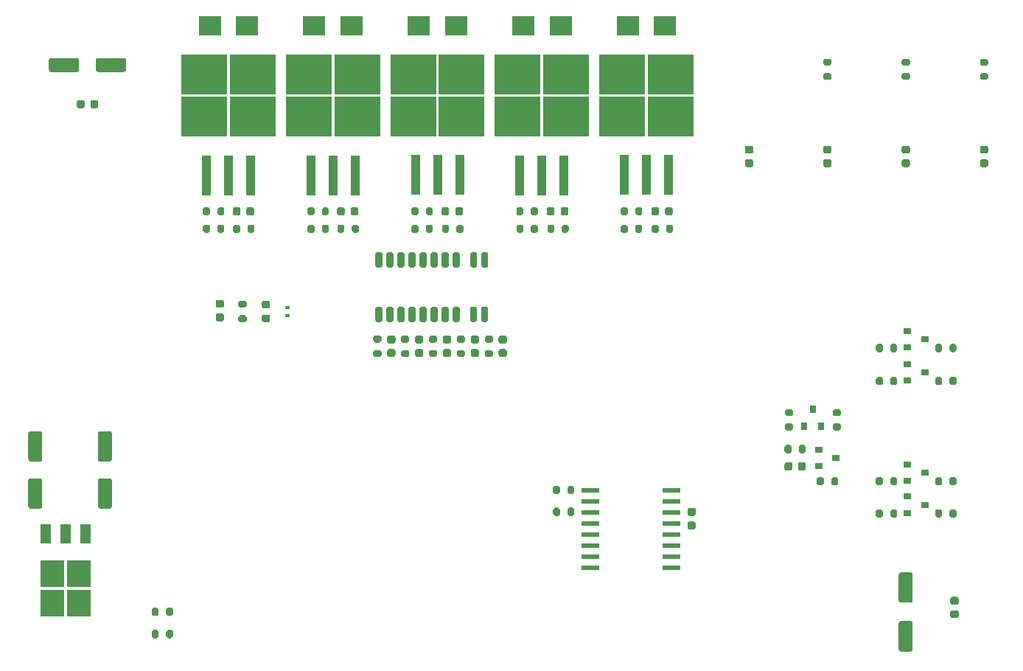
<source format=gbr>
%TF.GenerationSoftware,KiCad,Pcbnew,5.1.12-84ad8e8a86~92~ubuntu20.04.1*%
%TF.CreationDate,2021-11-30T13:36:37+05:30*%
%TF.ProjectId,vayuO2,76617975-4f32-42e6-9b69-6361645f7063,rev 3*%
%TF.SameCoordinates,Original*%
%TF.FileFunction,Paste,Top*%
%TF.FilePolarity,Positive*%
%FSLAX46Y46*%
G04 Gerber Fmt 4.6, Leading zero omitted, Abs format (unit mm)*
G04 Created by KiCad (PCBNEW 5.1.12-84ad8e8a86~92~ubuntu20.04.1) date 2021-11-30 13:36:37*
%MOMM*%
%LPD*%
G01*
G04 APERTURE LIST*
%ADD10R,5.250000X4.550000*%
%ADD11R,1.100000X4.600000*%
%ADD12R,0.900000X0.800000*%
%ADD13R,1.200000X2.200000*%
%ADD14R,2.750000X3.050000*%
%ADD15R,0.600000X0.400000*%
%ADD16R,1.998980X0.599440*%
%ADD17R,0.800000X0.900000*%
%ADD18R,2.500000X2.300000*%
G04 APERTURE END LIST*
G36*
G01*
X94655000Y-87275000D02*
X94255000Y-87275000D01*
G75*
G02*
X94055000Y-87075000I0J200000D01*
G01*
X94055000Y-85675000D01*
G75*
G02*
X94255000Y-85475000I200000J0D01*
G01*
X94655000Y-85475000D01*
G75*
G02*
X94855000Y-85675000I0J-200000D01*
G01*
X94855000Y-87075000D01*
G75*
G02*
X94655000Y-87275000I-200000J0D01*
G01*
G37*
G36*
G01*
X95925000Y-87275000D02*
X95525000Y-87275000D01*
G75*
G02*
X95325000Y-87075000I0J200000D01*
G01*
X95325000Y-85675000D01*
G75*
G02*
X95525000Y-85475000I200000J0D01*
G01*
X95925000Y-85475000D01*
G75*
G02*
X96125000Y-85675000I0J-200000D01*
G01*
X96125000Y-87075000D01*
G75*
G02*
X95925000Y-87275000I-200000J0D01*
G01*
G37*
G36*
G01*
X97195000Y-87275000D02*
X96795000Y-87275000D01*
G75*
G02*
X96595000Y-87075000I0J200000D01*
G01*
X96595000Y-85675000D01*
G75*
G02*
X96795000Y-85475000I200000J0D01*
G01*
X97195000Y-85475000D01*
G75*
G02*
X97395000Y-85675000I0J-200000D01*
G01*
X97395000Y-87075000D01*
G75*
G02*
X97195000Y-87275000I-200000J0D01*
G01*
G37*
G36*
G01*
X98465000Y-87275000D02*
X98065000Y-87275000D01*
G75*
G02*
X97865000Y-87075000I0J200000D01*
G01*
X97865000Y-85675000D01*
G75*
G02*
X98065000Y-85475000I200000J0D01*
G01*
X98465000Y-85475000D01*
G75*
G02*
X98665000Y-85675000I0J-200000D01*
G01*
X98665000Y-87075000D01*
G75*
G02*
X98465000Y-87275000I-200000J0D01*
G01*
G37*
G36*
G01*
X99735000Y-87275000D02*
X99335000Y-87275000D01*
G75*
G02*
X99135000Y-87075000I0J200000D01*
G01*
X99135000Y-85675000D01*
G75*
G02*
X99335000Y-85475000I200000J0D01*
G01*
X99735000Y-85475000D01*
G75*
G02*
X99935000Y-85675000I0J-200000D01*
G01*
X99935000Y-87075000D01*
G75*
G02*
X99735000Y-87275000I-200000J0D01*
G01*
G37*
G36*
G01*
X101005000Y-87275000D02*
X100605000Y-87275000D01*
G75*
G02*
X100405000Y-87075000I0J200000D01*
G01*
X100405000Y-85675000D01*
G75*
G02*
X100605000Y-85475000I200000J0D01*
G01*
X101005000Y-85475000D01*
G75*
G02*
X101205000Y-85675000I0J-200000D01*
G01*
X101205000Y-87075000D01*
G75*
G02*
X101005000Y-87275000I-200000J0D01*
G01*
G37*
G36*
G01*
X102275000Y-87275000D02*
X101875000Y-87275000D01*
G75*
G02*
X101675000Y-87075000I0J200000D01*
G01*
X101675000Y-85675000D01*
G75*
G02*
X101875000Y-85475000I200000J0D01*
G01*
X102275000Y-85475000D01*
G75*
G02*
X102475000Y-85675000I0J-200000D01*
G01*
X102475000Y-87075000D01*
G75*
G02*
X102275000Y-87275000I-200000J0D01*
G01*
G37*
G36*
G01*
X103545000Y-87275000D02*
X103145000Y-87275000D01*
G75*
G02*
X102945000Y-87075000I0J200000D01*
G01*
X102945000Y-85675000D01*
G75*
G02*
X103145000Y-85475000I200000J0D01*
G01*
X103545000Y-85475000D01*
G75*
G02*
X103745000Y-85675000I0J-200000D01*
G01*
X103745000Y-87075000D01*
G75*
G02*
X103545000Y-87275000I-200000J0D01*
G01*
G37*
G36*
G01*
X103545000Y-93525000D02*
X103145000Y-93525000D01*
G75*
G02*
X102945000Y-93325000I0J200000D01*
G01*
X102945000Y-91925000D01*
G75*
G02*
X103145000Y-91725000I200000J0D01*
G01*
X103545000Y-91725000D01*
G75*
G02*
X103745000Y-91925000I0J-200000D01*
G01*
X103745000Y-93325000D01*
G75*
G02*
X103545000Y-93525000I-200000J0D01*
G01*
G37*
G36*
G01*
X102275000Y-93525000D02*
X101875000Y-93525000D01*
G75*
G02*
X101675000Y-93325000I0J200000D01*
G01*
X101675000Y-91925000D01*
G75*
G02*
X101875000Y-91725000I200000J0D01*
G01*
X102275000Y-91725000D01*
G75*
G02*
X102475000Y-91925000I0J-200000D01*
G01*
X102475000Y-93325000D01*
G75*
G02*
X102275000Y-93525000I-200000J0D01*
G01*
G37*
G36*
G01*
X101005000Y-93525000D02*
X100605000Y-93525000D01*
G75*
G02*
X100405000Y-93325000I0J200000D01*
G01*
X100405000Y-91925000D01*
G75*
G02*
X100605000Y-91725000I200000J0D01*
G01*
X101005000Y-91725000D01*
G75*
G02*
X101205000Y-91925000I0J-200000D01*
G01*
X101205000Y-93325000D01*
G75*
G02*
X101005000Y-93525000I-200000J0D01*
G01*
G37*
G36*
G01*
X99735000Y-93525000D02*
X99335000Y-93525000D01*
G75*
G02*
X99135000Y-93325000I0J200000D01*
G01*
X99135000Y-91925000D01*
G75*
G02*
X99335000Y-91725000I200000J0D01*
G01*
X99735000Y-91725000D01*
G75*
G02*
X99935000Y-91925000I0J-200000D01*
G01*
X99935000Y-93325000D01*
G75*
G02*
X99735000Y-93525000I-200000J0D01*
G01*
G37*
G36*
G01*
X98465000Y-93525000D02*
X98065000Y-93525000D01*
G75*
G02*
X97865000Y-93325000I0J200000D01*
G01*
X97865000Y-91925000D01*
G75*
G02*
X98065000Y-91725000I200000J0D01*
G01*
X98465000Y-91725000D01*
G75*
G02*
X98665000Y-91925000I0J-200000D01*
G01*
X98665000Y-93325000D01*
G75*
G02*
X98465000Y-93525000I-200000J0D01*
G01*
G37*
G36*
G01*
X97195000Y-93525000D02*
X96795000Y-93525000D01*
G75*
G02*
X96595000Y-93325000I0J200000D01*
G01*
X96595000Y-91925000D01*
G75*
G02*
X96795000Y-91725000I200000J0D01*
G01*
X97195000Y-91725000D01*
G75*
G02*
X97395000Y-91925000I0J-200000D01*
G01*
X97395000Y-93325000D01*
G75*
G02*
X97195000Y-93525000I-200000J0D01*
G01*
G37*
G36*
G01*
X95925000Y-93525000D02*
X95525000Y-93525000D01*
G75*
G02*
X95325000Y-93325000I0J200000D01*
G01*
X95325000Y-91925000D01*
G75*
G02*
X95525000Y-91725000I200000J0D01*
G01*
X95925000Y-91725000D01*
G75*
G02*
X96125000Y-91925000I0J-200000D01*
G01*
X96125000Y-93325000D01*
G75*
G02*
X95925000Y-93525000I-200000J0D01*
G01*
G37*
G36*
G01*
X94655000Y-93525000D02*
X94255000Y-93525000D01*
G75*
G02*
X94055000Y-93325000I0J200000D01*
G01*
X94055000Y-91925000D01*
G75*
G02*
X94255000Y-91725000I200000J0D01*
G01*
X94655000Y-91725000D01*
G75*
G02*
X94855000Y-91925000I0J-200000D01*
G01*
X94855000Y-93325000D01*
G75*
G02*
X94655000Y-93525000I-200000J0D01*
G01*
G37*
G36*
G01*
X87925000Y-83075000D02*
X87925000Y-82525000D01*
G75*
G02*
X88125000Y-82325000I200000J0D01*
G01*
X88525000Y-82325000D01*
G75*
G02*
X88725000Y-82525000I0J-200000D01*
G01*
X88725000Y-83075000D01*
G75*
G02*
X88525000Y-83275000I-200000J0D01*
G01*
X88125000Y-83275000D01*
G75*
G02*
X87925000Y-83075000I0J200000D01*
G01*
G37*
G36*
G01*
X86275000Y-83075000D02*
X86275000Y-82525000D01*
G75*
G02*
X86475000Y-82325000I200000J0D01*
G01*
X86875000Y-82325000D01*
G75*
G02*
X87075000Y-82525000I0J-200000D01*
G01*
X87075000Y-83075000D01*
G75*
G02*
X86875000Y-83275000I-200000J0D01*
G01*
X86475000Y-83275000D01*
G75*
G02*
X86275000Y-83075000I0J200000D01*
G01*
G37*
G36*
G01*
X91375000Y-83075000D02*
X91375000Y-82525000D01*
G75*
G02*
X91575000Y-82325000I200000J0D01*
G01*
X91975000Y-82325000D01*
G75*
G02*
X92175000Y-82525000I0J-200000D01*
G01*
X92175000Y-83075000D01*
G75*
G02*
X91975000Y-83275000I-200000J0D01*
G01*
X91575000Y-83275000D01*
G75*
G02*
X91375000Y-83075000I0J200000D01*
G01*
G37*
G36*
G01*
X89725000Y-83075000D02*
X89725000Y-82525000D01*
G75*
G02*
X89925000Y-82325000I200000J0D01*
G01*
X90325000Y-82325000D01*
G75*
G02*
X90525000Y-82525000I0J-200000D01*
G01*
X90525000Y-83075000D01*
G75*
G02*
X90325000Y-83275000I-200000J0D01*
G01*
X89925000Y-83275000D01*
G75*
G02*
X89725000Y-83075000I0J200000D01*
G01*
G37*
G36*
G01*
X87925000Y-81075000D02*
X87925000Y-80525000D01*
G75*
G02*
X88125000Y-80325000I200000J0D01*
G01*
X88525000Y-80325000D01*
G75*
G02*
X88725000Y-80525000I0J-200000D01*
G01*
X88725000Y-81075000D01*
G75*
G02*
X88525000Y-81275000I-200000J0D01*
G01*
X88125000Y-81275000D01*
G75*
G02*
X87925000Y-81075000I0J200000D01*
G01*
G37*
G36*
G01*
X86275000Y-81075000D02*
X86275000Y-80525000D01*
G75*
G02*
X86475000Y-80325000I200000J0D01*
G01*
X86875000Y-80325000D01*
G75*
G02*
X87075000Y-80525000I0J-200000D01*
G01*
X87075000Y-81075000D01*
G75*
G02*
X86875000Y-81275000I-200000J0D01*
G01*
X86475000Y-81275000D01*
G75*
G02*
X86275000Y-81075000I0J200000D01*
G01*
G37*
G36*
G01*
X91250000Y-81056250D02*
X91250000Y-80543750D01*
G75*
G02*
X91468750Y-80325000I218750J0D01*
G01*
X91906250Y-80325000D01*
G75*
G02*
X92125000Y-80543750I0J-218750D01*
G01*
X92125000Y-81056250D01*
G75*
G02*
X91906250Y-81275000I-218750J0D01*
G01*
X91468750Y-81275000D01*
G75*
G02*
X91250000Y-81056250I0J218750D01*
G01*
G37*
G36*
G01*
X89675000Y-81056250D02*
X89675000Y-80543750D01*
G75*
G02*
X89893750Y-80325000I218750J0D01*
G01*
X90331250Y-80325000D01*
G75*
G02*
X90550000Y-80543750I0J-218750D01*
G01*
X90550000Y-81056250D01*
G75*
G02*
X90331250Y-81275000I-218750J0D01*
G01*
X89893750Y-81275000D01*
G75*
G02*
X89675000Y-81056250I0J218750D01*
G01*
G37*
D10*
X127975000Y-69900000D03*
X122425000Y-65050000D03*
X122425000Y-69900000D03*
X127975000Y-65050000D03*
D11*
X127740000Y-76625000D03*
X125200000Y-76625000D03*
X122660000Y-76625000D03*
D10*
X115975000Y-69925000D03*
X110425000Y-65075000D03*
X110425000Y-69925000D03*
X115975000Y-65075000D03*
D11*
X115740000Y-76650000D03*
X113200000Y-76650000D03*
X110660000Y-76650000D03*
D10*
X103975000Y-69900000D03*
X98425000Y-65050000D03*
X98425000Y-69900000D03*
X103975000Y-65050000D03*
D11*
X103740000Y-76625000D03*
X101200000Y-76625000D03*
X98660000Y-76625000D03*
D10*
X91975000Y-69925000D03*
X86425000Y-65075000D03*
X86425000Y-69925000D03*
X91975000Y-65075000D03*
D11*
X91740000Y-76650000D03*
X89200000Y-76650000D03*
X86660000Y-76650000D03*
D10*
X79975000Y-69925000D03*
X74425000Y-65075000D03*
X74425000Y-69925000D03*
X79975000Y-65075000D03*
D11*
X79740000Y-76650000D03*
X77200000Y-76650000D03*
X74660000Y-76650000D03*
D12*
X157200000Y-110800000D03*
X155200000Y-111750000D03*
X155200000Y-109850000D03*
X147000000Y-109100000D03*
X145000000Y-110050000D03*
X145000000Y-108150000D03*
G36*
G01*
X164275000Y-64075000D02*
X163725000Y-64075000D01*
G75*
G02*
X163525000Y-63875000I0J200000D01*
G01*
X163525000Y-63475000D01*
G75*
G02*
X163725000Y-63275000I200000J0D01*
G01*
X164275000Y-63275000D01*
G75*
G02*
X164475000Y-63475000I0J-200000D01*
G01*
X164475000Y-63875000D01*
G75*
G02*
X164275000Y-64075000I-200000J0D01*
G01*
G37*
G36*
G01*
X164275000Y-65725000D02*
X163725000Y-65725000D01*
G75*
G02*
X163525000Y-65525000I0J200000D01*
G01*
X163525000Y-65125000D01*
G75*
G02*
X163725000Y-64925000I200000J0D01*
G01*
X164275000Y-64925000D01*
G75*
G02*
X164475000Y-65125000I0J-200000D01*
G01*
X164475000Y-65525000D01*
G75*
G02*
X164275000Y-65725000I-200000J0D01*
G01*
G37*
G36*
G01*
X155550000Y-125750000D02*
X154450000Y-125750000D01*
G75*
G02*
X154200000Y-125500000I0J250000D01*
G01*
X154200000Y-122500000D01*
G75*
G02*
X154450000Y-122250000I250000J0D01*
G01*
X155550000Y-122250000D01*
G75*
G02*
X155800000Y-122500000I0J-250000D01*
G01*
X155800000Y-125500000D01*
G75*
G02*
X155550000Y-125750000I-250000J0D01*
G01*
G37*
G36*
G01*
X155550000Y-131350000D02*
X154450000Y-131350000D01*
G75*
G02*
X154200000Y-131100000I0J250000D01*
G01*
X154200000Y-128100000D01*
G75*
G02*
X154450000Y-127850000I250000J0D01*
G01*
X155550000Y-127850000D01*
G75*
G02*
X155800000Y-128100000I0J-250000D01*
G01*
X155800000Y-131100000D01*
G75*
G02*
X155550000Y-131350000I-250000J0D01*
G01*
G37*
G36*
G01*
X105565000Y-93525000D02*
X105165000Y-93525000D01*
G75*
G02*
X104965000Y-93325000I0J200000D01*
G01*
X104965000Y-91925000D01*
G75*
G02*
X105165000Y-91725000I200000J0D01*
G01*
X105565000Y-91725000D01*
G75*
G02*
X105765000Y-91925000I0J-200000D01*
G01*
X105765000Y-93325000D01*
G75*
G02*
X105565000Y-93525000I-200000J0D01*
G01*
G37*
G36*
G01*
X106835000Y-93525000D02*
X106435000Y-93525000D01*
G75*
G02*
X106235000Y-93325000I0J200000D01*
G01*
X106235000Y-91925000D01*
G75*
G02*
X106435000Y-91725000I200000J0D01*
G01*
X106835000Y-91725000D01*
G75*
G02*
X107035000Y-91925000I0J-200000D01*
G01*
X107035000Y-93325000D01*
G75*
G02*
X106835000Y-93525000I-200000J0D01*
G01*
G37*
G36*
G01*
X106835000Y-87275000D02*
X106435000Y-87275000D01*
G75*
G02*
X106235000Y-87075000I0J200000D01*
G01*
X106235000Y-85675000D01*
G75*
G02*
X106435000Y-85475000I200000J0D01*
G01*
X106835000Y-85475000D01*
G75*
G02*
X107035000Y-85675000I0J-200000D01*
G01*
X107035000Y-87075000D01*
G75*
G02*
X106835000Y-87275000I-200000J0D01*
G01*
G37*
G36*
G01*
X105565000Y-87275000D02*
X105165000Y-87275000D01*
G75*
G02*
X104965000Y-87075000I0J200000D01*
G01*
X104965000Y-85675000D01*
G75*
G02*
X105165000Y-85475000I200000J0D01*
G01*
X105565000Y-85475000D01*
G75*
G02*
X105765000Y-85675000I0J-200000D01*
G01*
X105765000Y-87075000D01*
G75*
G02*
X105565000Y-87275000I-200000J0D01*
G01*
G37*
G36*
G01*
X63550000Y-109550000D02*
X62450000Y-109550000D01*
G75*
G02*
X62200000Y-109300000I0J250000D01*
G01*
X62200000Y-106300000D01*
G75*
G02*
X62450000Y-106050000I250000J0D01*
G01*
X63550000Y-106050000D01*
G75*
G02*
X63800000Y-106300000I0J-250000D01*
G01*
X63800000Y-109300000D01*
G75*
G02*
X63550000Y-109550000I-250000J0D01*
G01*
G37*
G36*
G01*
X63550000Y-114950000D02*
X62450000Y-114950000D01*
G75*
G02*
X62200000Y-114700000I0J250000D01*
G01*
X62200000Y-111700000D01*
G75*
G02*
X62450000Y-111450000I250000J0D01*
G01*
X63550000Y-111450000D01*
G75*
G02*
X63800000Y-111700000I0J-250000D01*
G01*
X63800000Y-114700000D01*
G75*
G02*
X63550000Y-114950000I-250000J0D01*
G01*
G37*
G36*
G01*
X55550000Y-109550000D02*
X54450000Y-109550000D01*
G75*
G02*
X54200000Y-109300000I0J250000D01*
G01*
X54200000Y-106300000D01*
G75*
G02*
X54450000Y-106050000I250000J0D01*
G01*
X55550000Y-106050000D01*
G75*
G02*
X55800000Y-106300000I0J-250000D01*
G01*
X55800000Y-109300000D01*
G75*
G02*
X55550000Y-109550000I-250000J0D01*
G01*
G37*
G36*
G01*
X55550000Y-114950000D02*
X54450000Y-114950000D01*
G75*
G02*
X54200000Y-114700000I0J250000D01*
G01*
X54200000Y-111700000D01*
G75*
G02*
X54450000Y-111450000I250000J0D01*
G01*
X55550000Y-111450000D01*
G75*
G02*
X55800000Y-111700000I0J-250000D01*
G01*
X55800000Y-114700000D01*
G75*
G02*
X55550000Y-114950000I-250000J0D01*
G01*
G37*
G36*
G01*
X60050000Y-63450000D02*
X60050000Y-64550000D01*
G75*
G02*
X59800000Y-64800000I-250000J0D01*
G01*
X56800000Y-64800000D01*
G75*
G02*
X56550000Y-64550000I0J250000D01*
G01*
X56550000Y-63450000D01*
G75*
G02*
X56800000Y-63200000I250000J0D01*
G01*
X59800000Y-63200000D01*
G75*
G02*
X60050000Y-63450000I0J-250000D01*
G01*
G37*
G36*
G01*
X65450000Y-63450000D02*
X65450000Y-64550000D01*
G75*
G02*
X65200000Y-64800000I-250000J0D01*
G01*
X62200000Y-64800000D01*
G75*
G02*
X61950000Y-64550000I0J250000D01*
G01*
X61950000Y-63450000D01*
G75*
G02*
X62200000Y-63200000I250000J0D01*
G01*
X65200000Y-63200000D01*
G75*
G02*
X65450000Y-63450000I0J-250000D01*
G01*
G37*
G36*
G01*
X108950000Y-95975000D02*
X108450000Y-95975000D01*
G75*
G02*
X108225000Y-95750000I0J225000D01*
G01*
X108225000Y-95300000D01*
G75*
G02*
X108450000Y-95075000I225000J0D01*
G01*
X108950000Y-95075000D01*
G75*
G02*
X109175000Y-95300000I0J-225000D01*
G01*
X109175000Y-95750000D01*
G75*
G02*
X108950000Y-95975000I-225000J0D01*
G01*
G37*
G36*
G01*
X108950000Y-97525000D02*
X108450000Y-97525000D01*
G75*
G02*
X108225000Y-97300000I0J225000D01*
G01*
X108225000Y-96850000D01*
G75*
G02*
X108450000Y-96625000I225000J0D01*
G01*
X108950000Y-96625000D01*
G75*
G02*
X109175000Y-96850000I0J-225000D01*
G01*
X109175000Y-97300000D01*
G75*
G02*
X108950000Y-97525000I-225000J0D01*
G01*
G37*
G36*
G01*
X153225000Y-115775000D02*
X153225000Y-115225000D01*
G75*
G02*
X153425000Y-115025000I200000J0D01*
G01*
X153825000Y-115025000D01*
G75*
G02*
X154025000Y-115225000I0J-200000D01*
G01*
X154025000Y-115775000D01*
G75*
G02*
X153825000Y-115975000I-200000J0D01*
G01*
X153425000Y-115975000D01*
G75*
G02*
X153225000Y-115775000I0J200000D01*
G01*
G37*
G36*
G01*
X151575000Y-115775000D02*
X151575000Y-115225000D01*
G75*
G02*
X151775000Y-115025000I200000J0D01*
G01*
X152175000Y-115025000D01*
G75*
G02*
X152375000Y-115225000I0J-200000D01*
G01*
X152375000Y-115775000D01*
G75*
G02*
X152175000Y-115975000I-200000J0D01*
G01*
X151775000Y-115975000D01*
G75*
G02*
X151575000Y-115775000I0J200000D01*
G01*
G37*
G36*
G01*
X159175000Y-115225000D02*
X159175000Y-115775000D01*
G75*
G02*
X158975000Y-115975000I-200000J0D01*
G01*
X158575000Y-115975000D01*
G75*
G02*
X158375000Y-115775000I0J200000D01*
G01*
X158375000Y-115225000D01*
G75*
G02*
X158575000Y-115025000I200000J0D01*
G01*
X158975000Y-115025000D01*
G75*
G02*
X159175000Y-115225000I0J-200000D01*
G01*
G37*
G36*
G01*
X160825000Y-115225000D02*
X160825000Y-115775000D01*
G75*
G02*
X160625000Y-115975000I-200000J0D01*
G01*
X160225000Y-115975000D01*
G75*
G02*
X160025000Y-115775000I0J200000D01*
G01*
X160025000Y-115225000D01*
G75*
G02*
X160225000Y-115025000I200000J0D01*
G01*
X160625000Y-115025000D01*
G75*
G02*
X160825000Y-115225000I0J-200000D01*
G01*
G37*
X157200000Y-114500000D03*
X155200000Y-115450000D03*
X155200000Y-113550000D03*
D13*
X60780000Y-117800000D03*
X58500000Y-117800000D03*
X56220000Y-117800000D03*
D14*
X56975000Y-125775000D03*
X60025000Y-122425000D03*
X60025000Y-125775000D03*
X56975000Y-122425000D03*
G36*
G01*
X160850000Y-125975000D02*
X160350000Y-125975000D01*
G75*
G02*
X160125000Y-125750000I0J225000D01*
G01*
X160125000Y-125300000D01*
G75*
G02*
X160350000Y-125075000I225000J0D01*
G01*
X160850000Y-125075000D01*
G75*
G02*
X161075000Y-125300000I0J-225000D01*
G01*
X161075000Y-125750000D01*
G75*
G02*
X160850000Y-125975000I-225000J0D01*
G01*
G37*
G36*
G01*
X160850000Y-127525000D02*
X160350000Y-127525000D01*
G75*
G02*
X160125000Y-127300000I0J225000D01*
G01*
X160125000Y-126850000D01*
G75*
G02*
X160350000Y-126625000I225000J0D01*
G01*
X160850000Y-126625000D01*
G75*
G02*
X161075000Y-126850000I0J-225000D01*
G01*
X161075000Y-127300000D01*
G75*
G02*
X160850000Y-127525000I-225000J0D01*
G01*
G37*
G36*
G01*
X81756250Y-93525000D02*
X81243750Y-93525000D01*
G75*
G02*
X81025000Y-93306250I0J218750D01*
G01*
X81025000Y-92868750D01*
G75*
G02*
X81243750Y-92650000I218750J0D01*
G01*
X81756250Y-92650000D01*
G75*
G02*
X81975000Y-92868750I0J-218750D01*
G01*
X81975000Y-93306250D01*
G75*
G02*
X81756250Y-93525000I-218750J0D01*
G01*
G37*
G36*
G01*
X81756250Y-91950000D02*
X81243750Y-91950000D01*
G75*
G02*
X81025000Y-91731250I0J218750D01*
G01*
X81025000Y-91293750D01*
G75*
G02*
X81243750Y-91075000I218750J0D01*
G01*
X81756250Y-91075000D01*
G75*
G02*
X81975000Y-91293750I0J-218750D01*
G01*
X81975000Y-91731250D01*
G75*
G02*
X81756250Y-91950000I-218750J0D01*
G01*
G37*
G36*
G01*
X79075000Y-93525000D02*
X78525000Y-93525000D01*
G75*
G02*
X78325000Y-93325000I0J200000D01*
G01*
X78325000Y-92925000D01*
G75*
G02*
X78525000Y-92725000I200000J0D01*
G01*
X79075000Y-92725000D01*
G75*
G02*
X79275000Y-92925000I0J-200000D01*
G01*
X79275000Y-93325000D01*
G75*
G02*
X79075000Y-93525000I-200000J0D01*
G01*
G37*
G36*
G01*
X79075000Y-91875000D02*
X78525000Y-91875000D01*
G75*
G02*
X78325000Y-91675000I0J200000D01*
G01*
X78325000Y-91275000D01*
G75*
G02*
X78525000Y-91075000I200000J0D01*
G01*
X79075000Y-91075000D01*
G75*
G02*
X79275000Y-91275000I0J-200000D01*
G01*
X79275000Y-91675000D01*
G75*
G02*
X79075000Y-91875000I-200000J0D01*
G01*
G37*
D15*
X84000000Y-92750000D03*
X84000000Y-91850000D03*
G36*
G01*
X103375000Y-83075000D02*
X103375000Y-82525000D01*
G75*
G02*
X103575000Y-82325000I200000J0D01*
G01*
X103975000Y-82325000D01*
G75*
G02*
X104175000Y-82525000I0J-200000D01*
G01*
X104175000Y-83075000D01*
G75*
G02*
X103975000Y-83275000I-200000J0D01*
G01*
X103575000Y-83275000D01*
G75*
G02*
X103375000Y-83075000I0J200000D01*
G01*
G37*
G36*
G01*
X101725000Y-83075000D02*
X101725000Y-82525000D01*
G75*
G02*
X101925000Y-82325000I200000J0D01*
G01*
X102325000Y-82325000D01*
G75*
G02*
X102525000Y-82525000I0J-200000D01*
G01*
X102525000Y-83075000D01*
G75*
G02*
X102325000Y-83275000I-200000J0D01*
G01*
X101925000Y-83275000D01*
G75*
G02*
X101725000Y-83075000I0J200000D01*
G01*
G37*
D16*
X128050740Y-112855000D03*
X128050740Y-114125000D03*
X128050740Y-115395000D03*
X128050740Y-116665000D03*
X128050740Y-117935000D03*
X128050740Y-119205000D03*
X128050740Y-120475000D03*
X128050740Y-121745000D03*
X118749260Y-121745000D03*
X118749260Y-120475000D03*
X118749260Y-119205000D03*
X118749260Y-117935000D03*
X118749260Y-116665000D03*
X118749260Y-115395000D03*
X118749260Y-114125000D03*
X118749260Y-112855000D03*
G36*
G01*
X145575000Y-111525000D02*
X145575000Y-112075000D01*
G75*
G02*
X145375000Y-112275000I-200000J0D01*
G01*
X144975000Y-112275000D01*
G75*
G02*
X144775000Y-112075000I0J200000D01*
G01*
X144775000Y-111525000D01*
G75*
G02*
X144975000Y-111325000I200000J0D01*
G01*
X145375000Y-111325000D01*
G75*
G02*
X145575000Y-111525000I0J-200000D01*
G01*
G37*
G36*
G01*
X147225000Y-111525000D02*
X147225000Y-112075000D01*
G75*
G02*
X147025000Y-112275000I-200000J0D01*
G01*
X146625000Y-112275000D01*
G75*
G02*
X146425000Y-112075000I0J200000D01*
G01*
X146425000Y-111525000D01*
G75*
G02*
X146625000Y-111325000I200000J0D01*
G01*
X147025000Y-111325000D01*
G75*
G02*
X147225000Y-111525000I0J-200000D01*
G01*
G37*
G36*
G01*
X153225000Y-112075000D02*
X153225000Y-111525000D01*
G75*
G02*
X153425000Y-111325000I200000J0D01*
G01*
X153825000Y-111325000D01*
G75*
G02*
X154025000Y-111525000I0J-200000D01*
G01*
X154025000Y-112075000D01*
G75*
G02*
X153825000Y-112275000I-200000J0D01*
G01*
X153425000Y-112275000D01*
G75*
G02*
X153225000Y-112075000I0J200000D01*
G01*
G37*
G36*
G01*
X151575000Y-112075000D02*
X151575000Y-111525000D01*
G75*
G02*
X151775000Y-111325000I200000J0D01*
G01*
X152175000Y-111325000D01*
G75*
G02*
X152375000Y-111525000I0J-200000D01*
G01*
X152375000Y-112075000D01*
G75*
G02*
X152175000Y-112275000I-200000J0D01*
G01*
X151775000Y-112275000D01*
G75*
G02*
X151575000Y-112075000I0J200000D01*
G01*
G37*
G36*
G01*
X159175000Y-111525000D02*
X159175000Y-112075000D01*
G75*
G02*
X158975000Y-112275000I-200000J0D01*
G01*
X158575000Y-112275000D01*
G75*
G02*
X158375000Y-112075000I0J200000D01*
G01*
X158375000Y-111525000D01*
G75*
G02*
X158575000Y-111325000I200000J0D01*
G01*
X158975000Y-111325000D01*
G75*
G02*
X159175000Y-111525000I0J-200000D01*
G01*
G37*
G36*
G01*
X160825000Y-111525000D02*
X160825000Y-112075000D01*
G75*
G02*
X160625000Y-112275000I-200000J0D01*
G01*
X160225000Y-112275000D01*
G75*
G02*
X160025000Y-112075000I0J200000D01*
G01*
X160025000Y-111525000D01*
G75*
G02*
X160225000Y-111325000I200000J0D01*
G01*
X160625000Y-111325000D01*
G75*
G02*
X160825000Y-111525000I0J-200000D01*
G01*
G37*
G36*
G01*
X153225000Y-100575000D02*
X153225000Y-100025000D01*
G75*
G02*
X153425000Y-99825000I200000J0D01*
G01*
X153825000Y-99825000D01*
G75*
G02*
X154025000Y-100025000I0J-200000D01*
G01*
X154025000Y-100575000D01*
G75*
G02*
X153825000Y-100775000I-200000J0D01*
G01*
X153425000Y-100775000D01*
G75*
G02*
X153225000Y-100575000I0J200000D01*
G01*
G37*
G36*
G01*
X151575000Y-100575000D02*
X151575000Y-100025000D01*
G75*
G02*
X151775000Y-99825000I200000J0D01*
G01*
X152175000Y-99825000D01*
G75*
G02*
X152375000Y-100025000I0J-200000D01*
G01*
X152375000Y-100575000D01*
G75*
G02*
X152175000Y-100775000I-200000J0D01*
G01*
X151775000Y-100775000D01*
G75*
G02*
X151575000Y-100575000I0J200000D01*
G01*
G37*
G36*
G01*
X159175000Y-100025000D02*
X159175000Y-100575000D01*
G75*
G02*
X158975000Y-100775000I-200000J0D01*
G01*
X158575000Y-100775000D01*
G75*
G02*
X158375000Y-100575000I0J200000D01*
G01*
X158375000Y-100025000D01*
G75*
G02*
X158575000Y-99825000I200000J0D01*
G01*
X158975000Y-99825000D01*
G75*
G02*
X159175000Y-100025000I0J-200000D01*
G01*
G37*
G36*
G01*
X160825000Y-100025000D02*
X160825000Y-100575000D01*
G75*
G02*
X160625000Y-100775000I-200000J0D01*
G01*
X160225000Y-100775000D01*
G75*
G02*
X160025000Y-100575000I0J200000D01*
G01*
X160025000Y-100025000D01*
G75*
G02*
X160225000Y-99825000I200000J0D01*
G01*
X160625000Y-99825000D01*
G75*
G02*
X160825000Y-100025000I0J-200000D01*
G01*
G37*
G36*
G01*
X153225000Y-96775000D02*
X153225000Y-96225000D01*
G75*
G02*
X153425000Y-96025000I200000J0D01*
G01*
X153825000Y-96025000D01*
G75*
G02*
X154025000Y-96225000I0J-200000D01*
G01*
X154025000Y-96775000D01*
G75*
G02*
X153825000Y-96975000I-200000J0D01*
G01*
X153425000Y-96975000D01*
G75*
G02*
X153225000Y-96775000I0J200000D01*
G01*
G37*
G36*
G01*
X151575000Y-96775000D02*
X151575000Y-96225000D01*
G75*
G02*
X151775000Y-96025000I200000J0D01*
G01*
X152175000Y-96025000D01*
G75*
G02*
X152375000Y-96225000I0J-200000D01*
G01*
X152375000Y-96775000D01*
G75*
G02*
X152175000Y-96975000I-200000J0D01*
G01*
X151775000Y-96975000D01*
G75*
G02*
X151575000Y-96775000I0J200000D01*
G01*
G37*
G36*
G01*
X159175000Y-96225000D02*
X159175000Y-96775000D01*
G75*
G02*
X158975000Y-96975000I-200000J0D01*
G01*
X158575000Y-96975000D01*
G75*
G02*
X158375000Y-96775000I0J200000D01*
G01*
X158375000Y-96225000D01*
G75*
G02*
X158575000Y-96025000I200000J0D01*
G01*
X158975000Y-96025000D01*
G75*
G02*
X159175000Y-96225000I0J-200000D01*
G01*
G37*
G36*
G01*
X160825000Y-96225000D02*
X160825000Y-96775000D01*
G75*
G02*
X160625000Y-96975000I-200000J0D01*
G01*
X160225000Y-96975000D01*
G75*
G02*
X160025000Y-96775000I0J200000D01*
G01*
X160025000Y-96225000D01*
G75*
G02*
X160225000Y-96025000I200000J0D01*
G01*
X160625000Y-96025000D01*
G75*
G02*
X160825000Y-96225000I0J-200000D01*
G01*
G37*
G36*
G01*
X146825000Y-105175000D02*
X147375000Y-105175000D01*
G75*
G02*
X147575000Y-105375000I0J-200000D01*
G01*
X147575000Y-105775000D01*
G75*
G02*
X147375000Y-105975000I-200000J0D01*
G01*
X146825000Y-105975000D01*
G75*
G02*
X146625000Y-105775000I0J200000D01*
G01*
X146625000Y-105375000D01*
G75*
G02*
X146825000Y-105175000I200000J0D01*
G01*
G37*
G36*
G01*
X146825000Y-103525000D02*
X147375000Y-103525000D01*
G75*
G02*
X147575000Y-103725000I0J-200000D01*
G01*
X147575000Y-104125000D01*
G75*
G02*
X147375000Y-104325000I-200000J0D01*
G01*
X146825000Y-104325000D01*
G75*
G02*
X146625000Y-104125000I0J200000D01*
G01*
X146625000Y-103725000D01*
G75*
G02*
X146825000Y-103525000I200000J0D01*
G01*
G37*
G36*
G01*
X141875000Y-104325000D02*
X141325000Y-104325000D01*
G75*
G02*
X141125000Y-104125000I0J200000D01*
G01*
X141125000Y-103725000D01*
G75*
G02*
X141325000Y-103525000I200000J0D01*
G01*
X141875000Y-103525000D01*
G75*
G02*
X142075000Y-103725000I0J-200000D01*
G01*
X142075000Y-104125000D01*
G75*
G02*
X141875000Y-104325000I-200000J0D01*
G01*
G37*
G36*
G01*
X141875000Y-105975000D02*
X141325000Y-105975000D01*
G75*
G02*
X141125000Y-105775000I0J200000D01*
G01*
X141125000Y-105375000D01*
G75*
G02*
X141325000Y-105175000I200000J0D01*
G01*
X141875000Y-105175000D01*
G75*
G02*
X142075000Y-105375000I0J-200000D01*
G01*
X142075000Y-105775000D01*
G75*
G02*
X141875000Y-105975000I-200000J0D01*
G01*
G37*
G36*
G01*
X123925000Y-83075000D02*
X123925000Y-82525000D01*
G75*
G02*
X124125000Y-82325000I200000J0D01*
G01*
X124525000Y-82325000D01*
G75*
G02*
X124725000Y-82525000I0J-200000D01*
G01*
X124725000Y-83075000D01*
G75*
G02*
X124525000Y-83275000I-200000J0D01*
G01*
X124125000Y-83275000D01*
G75*
G02*
X123925000Y-83075000I0J200000D01*
G01*
G37*
G36*
G01*
X122275000Y-83075000D02*
X122275000Y-82525000D01*
G75*
G02*
X122475000Y-82325000I200000J0D01*
G01*
X122875000Y-82325000D01*
G75*
G02*
X123075000Y-82525000I0J-200000D01*
G01*
X123075000Y-83075000D01*
G75*
G02*
X122875000Y-83275000I-200000J0D01*
G01*
X122475000Y-83275000D01*
G75*
G02*
X122275000Y-83075000I0J200000D01*
G01*
G37*
G36*
G01*
X127475000Y-83075000D02*
X127475000Y-82525000D01*
G75*
G02*
X127675000Y-82325000I200000J0D01*
G01*
X128075000Y-82325000D01*
G75*
G02*
X128275000Y-82525000I0J-200000D01*
G01*
X128275000Y-83075000D01*
G75*
G02*
X128075000Y-83275000I-200000J0D01*
G01*
X127675000Y-83275000D01*
G75*
G02*
X127475000Y-83075000I0J200000D01*
G01*
G37*
G36*
G01*
X125825000Y-83075000D02*
X125825000Y-82525000D01*
G75*
G02*
X126025000Y-82325000I200000J0D01*
G01*
X126425000Y-82325000D01*
G75*
G02*
X126625000Y-82525000I0J-200000D01*
G01*
X126625000Y-83075000D01*
G75*
G02*
X126425000Y-83275000I-200000J0D01*
G01*
X126025000Y-83275000D01*
G75*
G02*
X125825000Y-83075000I0J200000D01*
G01*
G37*
G36*
G01*
X123925000Y-81075000D02*
X123925000Y-80525000D01*
G75*
G02*
X124125000Y-80325000I200000J0D01*
G01*
X124525000Y-80325000D01*
G75*
G02*
X124725000Y-80525000I0J-200000D01*
G01*
X124725000Y-81075000D01*
G75*
G02*
X124525000Y-81275000I-200000J0D01*
G01*
X124125000Y-81275000D01*
G75*
G02*
X123925000Y-81075000I0J200000D01*
G01*
G37*
G36*
G01*
X122275000Y-81075000D02*
X122275000Y-80525000D01*
G75*
G02*
X122475000Y-80325000I200000J0D01*
G01*
X122875000Y-80325000D01*
G75*
G02*
X123075000Y-80525000I0J-200000D01*
G01*
X123075000Y-81075000D01*
G75*
G02*
X122875000Y-81275000I-200000J0D01*
G01*
X122475000Y-81275000D01*
G75*
G02*
X122275000Y-81075000I0J200000D01*
G01*
G37*
G36*
G01*
X107375000Y-95875000D02*
X106825000Y-95875000D01*
G75*
G02*
X106625000Y-95675000I0J200000D01*
G01*
X106625000Y-95275000D01*
G75*
G02*
X106825000Y-95075000I200000J0D01*
G01*
X107375000Y-95075000D01*
G75*
G02*
X107575000Y-95275000I0J-200000D01*
G01*
X107575000Y-95675000D01*
G75*
G02*
X107375000Y-95875000I-200000J0D01*
G01*
G37*
G36*
G01*
X107375000Y-97525000D02*
X106825000Y-97525000D01*
G75*
G02*
X106625000Y-97325000I0J200000D01*
G01*
X106625000Y-96925000D01*
G75*
G02*
X106825000Y-96725000I200000J0D01*
G01*
X107375000Y-96725000D01*
G75*
G02*
X107575000Y-96925000I0J-200000D01*
G01*
X107575000Y-97325000D01*
G75*
G02*
X107375000Y-97525000I-200000J0D01*
G01*
G37*
G36*
G01*
X111925000Y-83075000D02*
X111925000Y-82525000D01*
G75*
G02*
X112125000Y-82325000I200000J0D01*
G01*
X112525000Y-82325000D01*
G75*
G02*
X112725000Y-82525000I0J-200000D01*
G01*
X112725000Y-83075000D01*
G75*
G02*
X112525000Y-83275000I-200000J0D01*
G01*
X112125000Y-83275000D01*
G75*
G02*
X111925000Y-83075000I0J200000D01*
G01*
G37*
G36*
G01*
X110275000Y-83075000D02*
X110275000Y-82525000D01*
G75*
G02*
X110475000Y-82325000I200000J0D01*
G01*
X110875000Y-82325000D01*
G75*
G02*
X111075000Y-82525000I0J-200000D01*
G01*
X111075000Y-83075000D01*
G75*
G02*
X110875000Y-83275000I-200000J0D01*
G01*
X110475000Y-83275000D01*
G75*
G02*
X110275000Y-83075000I0J200000D01*
G01*
G37*
G36*
G01*
X115475000Y-83075000D02*
X115475000Y-82525000D01*
G75*
G02*
X115675000Y-82325000I200000J0D01*
G01*
X116075000Y-82325000D01*
G75*
G02*
X116275000Y-82525000I0J-200000D01*
G01*
X116275000Y-83075000D01*
G75*
G02*
X116075000Y-83275000I-200000J0D01*
G01*
X115675000Y-83275000D01*
G75*
G02*
X115475000Y-83075000I0J200000D01*
G01*
G37*
G36*
G01*
X113825000Y-83075000D02*
X113825000Y-82525000D01*
G75*
G02*
X114025000Y-82325000I200000J0D01*
G01*
X114425000Y-82325000D01*
G75*
G02*
X114625000Y-82525000I0J-200000D01*
G01*
X114625000Y-83075000D01*
G75*
G02*
X114425000Y-83275000I-200000J0D01*
G01*
X114025000Y-83275000D01*
G75*
G02*
X113825000Y-83075000I0J200000D01*
G01*
G37*
G36*
G01*
X111925000Y-81075000D02*
X111925000Y-80525000D01*
G75*
G02*
X112125000Y-80325000I200000J0D01*
G01*
X112525000Y-80325000D01*
G75*
G02*
X112725000Y-80525000I0J-200000D01*
G01*
X112725000Y-81075000D01*
G75*
G02*
X112525000Y-81275000I-200000J0D01*
G01*
X112125000Y-81275000D01*
G75*
G02*
X111925000Y-81075000I0J200000D01*
G01*
G37*
G36*
G01*
X110275000Y-81075000D02*
X110275000Y-80525000D01*
G75*
G02*
X110475000Y-80325000I200000J0D01*
G01*
X110875000Y-80325000D01*
G75*
G02*
X111075000Y-80525000I0J-200000D01*
G01*
X111075000Y-81075000D01*
G75*
G02*
X110875000Y-81275000I-200000J0D01*
G01*
X110475000Y-81275000D01*
G75*
G02*
X110275000Y-81075000I0J200000D01*
G01*
G37*
G36*
G01*
X104175000Y-95875000D02*
X103625000Y-95875000D01*
G75*
G02*
X103425000Y-95675000I0J200000D01*
G01*
X103425000Y-95275000D01*
G75*
G02*
X103625000Y-95075000I200000J0D01*
G01*
X104175000Y-95075000D01*
G75*
G02*
X104375000Y-95275000I0J-200000D01*
G01*
X104375000Y-95675000D01*
G75*
G02*
X104175000Y-95875000I-200000J0D01*
G01*
G37*
G36*
G01*
X104175000Y-97525000D02*
X103625000Y-97525000D01*
G75*
G02*
X103425000Y-97325000I0J200000D01*
G01*
X103425000Y-96925000D01*
G75*
G02*
X103625000Y-96725000I200000J0D01*
G01*
X104175000Y-96725000D01*
G75*
G02*
X104375000Y-96925000I0J-200000D01*
G01*
X104375000Y-97325000D01*
G75*
G02*
X104175000Y-97525000I-200000J0D01*
G01*
G37*
G36*
G01*
X99875000Y-83075000D02*
X99875000Y-82525000D01*
G75*
G02*
X100075000Y-82325000I200000J0D01*
G01*
X100475000Y-82325000D01*
G75*
G02*
X100675000Y-82525000I0J-200000D01*
G01*
X100675000Y-83075000D01*
G75*
G02*
X100475000Y-83275000I-200000J0D01*
G01*
X100075000Y-83275000D01*
G75*
G02*
X99875000Y-83075000I0J200000D01*
G01*
G37*
G36*
G01*
X98225000Y-83075000D02*
X98225000Y-82525000D01*
G75*
G02*
X98425000Y-82325000I200000J0D01*
G01*
X98825000Y-82325000D01*
G75*
G02*
X99025000Y-82525000I0J-200000D01*
G01*
X99025000Y-83075000D01*
G75*
G02*
X98825000Y-83275000I-200000J0D01*
G01*
X98425000Y-83275000D01*
G75*
G02*
X98225000Y-83075000I0J200000D01*
G01*
G37*
G36*
G01*
X99875000Y-81075000D02*
X99875000Y-80525000D01*
G75*
G02*
X100075000Y-80325000I200000J0D01*
G01*
X100475000Y-80325000D01*
G75*
G02*
X100675000Y-80525000I0J-200000D01*
G01*
X100675000Y-81075000D01*
G75*
G02*
X100475000Y-81275000I-200000J0D01*
G01*
X100075000Y-81275000D01*
G75*
G02*
X99875000Y-81075000I0J200000D01*
G01*
G37*
G36*
G01*
X98225000Y-81075000D02*
X98225000Y-80525000D01*
G75*
G02*
X98425000Y-80325000I200000J0D01*
G01*
X98825000Y-80325000D01*
G75*
G02*
X99025000Y-80525000I0J-200000D01*
G01*
X99025000Y-81075000D01*
G75*
G02*
X98825000Y-81275000I-200000J0D01*
G01*
X98425000Y-81275000D01*
G75*
G02*
X98225000Y-81075000I0J200000D01*
G01*
G37*
G36*
G01*
X100975000Y-95875000D02*
X100425000Y-95875000D01*
G75*
G02*
X100225000Y-95675000I0J200000D01*
G01*
X100225000Y-95275000D01*
G75*
G02*
X100425000Y-95075000I200000J0D01*
G01*
X100975000Y-95075000D01*
G75*
G02*
X101175000Y-95275000I0J-200000D01*
G01*
X101175000Y-95675000D01*
G75*
G02*
X100975000Y-95875000I-200000J0D01*
G01*
G37*
G36*
G01*
X100975000Y-97525000D02*
X100425000Y-97525000D01*
G75*
G02*
X100225000Y-97325000I0J200000D01*
G01*
X100225000Y-96925000D01*
G75*
G02*
X100425000Y-96725000I200000J0D01*
G01*
X100975000Y-96725000D01*
G75*
G02*
X101175000Y-96925000I0J-200000D01*
G01*
X101175000Y-97325000D01*
G75*
G02*
X100975000Y-97525000I-200000J0D01*
G01*
G37*
G36*
G01*
X97775000Y-95875000D02*
X97225000Y-95875000D01*
G75*
G02*
X97025000Y-95675000I0J200000D01*
G01*
X97025000Y-95275000D01*
G75*
G02*
X97225000Y-95075000I200000J0D01*
G01*
X97775000Y-95075000D01*
G75*
G02*
X97975000Y-95275000I0J-200000D01*
G01*
X97975000Y-95675000D01*
G75*
G02*
X97775000Y-95875000I-200000J0D01*
G01*
G37*
G36*
G01*
X97775000Y-97525000D02*
X97225000Y-97525000D01*
G75*
G02*
X97025000Y-97325000I0J200000D01*
G01*
X97025000Y-96925000D01*
G75*
G02*
X97225000Y-96725000I200000J0D01*
G01*
X97775000Y-96725000D01*
G75*
G02*
X97975000Y-96925000I0J-200000D01*
G01*
X97975000Y-97325000D01*
G75*
G02*
X97775000Y-97525000I-200000J0D01*
G01*
G37*
G36*
G01*
X75925000Y-83075000D02*
X75925000Y-82525000D01*
G75*
G02*
X76125000Y-82325000I200000J0D01*
G01*
X76525000Y-82325000D01*
G75*
G02*
X76725000Y-82525000I0J-200000D01*
G01*
X76725000Y-83075000D01*
G75*
G02*
X76525000Y-83275000I-200000J0D01*
G01*
X76125000Y-83275000D01*
G75*
G02*
X75925000Y-83075000I0J200000D01*
G01*
G37*
G36*
G01*
X74275000Y-83075000D02*
X74275000Y-82525000D01*
G75*
G02*
X74475000Y-82325000I200000J0D01*
G01*
X74875000Y-82325000D01*
G75*
G02*
X75075000Y-82525000I0J-200000D01*
G01*
X75075000Y-83075000D01*
G75*
G02*
X74875000Y-83275000I-200000J0D01*
G01*
X74475000Y-83275000D01*
G75*
G02*
X74275000Y-83075000I0J200000D01*
G01*
G37*
G36*
G01*
X79375000Y-83075000D02*
X79375000Y-82525000D01*
G75*
G02*
X79575000Y-82325000I200000J0D01*
G01*
X79975000Y-82325000D01*
G75*
G02*
X80175000Y-82525000I0J-200000D01*
G01*
X80175000Y-83075000D01*
G75*
G02*
X79975000Y-83275000I-200000J0D01*
G01*
X79575000Y-83275000D01*
G75*
G02*
X79375000Y-83075000I0J200000D01*
G01*
G37*
G36*
G01*
X77725000Y-83075000D02*
X77725000Y-82525000D01*
G75*
G02*
X77925000Y-82325000I200000J0D01*
G01*
X78325000Y-82325000D01*
G75*
G02*
X78525000Y-82525000I0J-200000D01*
G01*
X78525000Y-83075000D01*
G75*
G02*
X78325000Y-83275000I-200000J0D01*
G01*
X77925000Y-83275000D01*
G75*
G02*
X77725000Y-83075000I0J200000D01*
G01*
G37*
G36*
G01*
X75925000Y-81075000D02*
X75925000Y-80525000D01*
G75*
G02*
X76125000Y-80325000I200000J0D01*
G01*
X76525000Y-80325000D01*
G75*
G02*
X76725000Y-80525000I0J-200000D01*
G01*
X76725000Y-81075000D01*
G75*
G02*
X76525000Y-81275000I-200000J0D01*
G01*
X76125000Y-81275000D01*
G75*
G02*
X75925000Y-81075000I0J200000D01*
G01*
G37*
G36*
G01*
X74275000Y-81075000D02*
X74275000Y-80525000D01*
G75*
G02*
X74475000Y-80325000I200000J0D01*
G01*
X74875000Y-80325000D01*
G75*
G02*
X75075000Y-80525000I0J-200000D01*
G01*
X75075000Y-81075000D01*
G75*
G02*
X74875000Y-81275000I-200000J0D01*
G01*
X74475000Y-81275000D01*
G75*
G02*
X74275000Y-81075000I0J200000D01*
G01*
G37*
G36*
G01*
X94575000Y-95875000D02*
X94025000Y-95875000D01*
G75*
G02*
X93825000Y-95675000I0J200000D01*
G01*
X93825000Y-95275000D01*
G75*
G02*
X94025000Y-95075000I200000J0D01*
G01*
X94575000Y-95075000D01*
G75*
G02*
X94775000Y-95275000I0J-200000D01*
G01*
X94775000Y-95675000D01*
G75*
G02*
X94575000Y-95875000I-200000J0D01*
G01*
G37*
G36*
G01*
X94575000Y-97525000D02*
X94025000Y-97525000D01*
G75*
G02*
X93825000Y-97325000I0J200000D01*
G01*
X93825000Y-96925000D01*
G75*
G02*
X94025000Y-96725000I200000J0D01*
G01*
X94575000Y-96725000D01*
G75*
G02*
X94775000Y-96925000I0J-200000D01*
G01*
X94775000Y-97325000D01*
G75*
G02*
X94575000Y-97525000I-200000J0D01*
G01*
G37*
G36*
G01*
X70025000Y-127075000D02*
X70025000Y-126525000D01*
G75*
G02*
X70225000Y-126325000I200000J0D01*
G01*
X70625000Y-126325000D01*
G75*
G02*
X70825000Y-126525000I0J-200000D01*
G01*
X70825000Y-127075000D01*
G75*
G02*
X70625000Y-127275000I-200000J0D01*
G01*
X70225000Y-127275000D01*
G75*
G02*
X70025000Y-127075000I0J200000D01*
G01*
G37*
G36*
G01*
X68375000Y-127075000D02*
X68375000Y-126525000D01*
G75*
G02*
X68575000Y-126325000I200000J0D01*
G01*
X68975000Y-126325000D01*
G75*
G02*
X69175000Y-126525000I0J-200000D01*
G01*
X69175000Y-127075000D01*
G75*
G02*
X68975000Y-127275000I-200000J0D01*
G01*
X68575000Y-127275000D01*
G75*
G02*
X68375000Y-127075000I0J200000D01*
G01*
G37*
G36*
G01*
X70025000Y-129625000D02*
X70025000Y-129075000D01*
G75*
G02*
X70225000Y-128875000I200000J0D01*
G01*
X70625000Y-128875000D01*
G75*
G02*
X70825000Y-129075000I0J-200000D01*
G01*
X70825000Y-129625000D01*
G75*
G02*
X70625000Y-129825000I-200000J0D01*
G01*
X70225000Y-129825000D01*
G75*
G02*
X70025000Y-129625000I0J200000D01*
G01*
G37*
G36*
G01*
X68375000Y-129625000D02*
X68375000Y-129075000D01*
G75*
G02*
X68575000Y-128875000I200000J0D01*
G01*
X68975000Y-128875000D01*
G75*
G02*
X69175000Y-129075000I0J-200000D01*
G01*
X69175000Y-129625000D01*
G75*
G02*
X68975000Y-129825000I-200000J0D01*
G01*
X68575000Y-129825000D01*
G75*
G02*
X68375000Y-129625000I0J200000D01*
G01*
G37*
G36*
G01*
X116125000Y-113075000D02*
X116125000Y-112525000D01*
G75*
G02*
X116325000Y-112325000I200000J0D01*
G01*
X116725000Y-112325000D01*
G75*
G02*
X116925000Y-112525000I0J-200000D01*
G01*
X116925000Y-113075000D01*
G75*
G02*
X116725000Y-113275000I-200000J0D01*
G01*
X116325000Y-113275000D01*
G75*
G02*
X116125000Y-113075000I0J200000D01*
G01*
G37*
G36*
G01*
X114475000Y-113075000D02*
X114475000Y-112525000D01*
G75*
G02*
X114675000Y-112325000I200000J0D01*
G01*
X115075000Y-112325000D01*
G75*
G02*
X115275000Y-112525000I0J-200000D01*
G01*
X115275000Y-113075000D01*
G75*
G02*
X115075000Y-113275000I-200000J0D01*
G01*
X114675000Y-113275000D01*
G75*
G02*
X114475000Y-113075000I0J200000D01*
G01*
G37*
G36*
G01*
X116125000Y-115575000D02*
X116125000Y-115025000D01*
G75*
G02*
X116325000Y-114825000I200000J0D01*
G01*
X116725000Y-114825000D01*
G75*
G02*
X116925000Y-115025000I0J-200000D01*
G01*
X116925000Y-115575000D01*
G75*
G02*
X116725000Y-115775000I-200000J0D01*
G01*
X116325000Y-115775000D01*
G75*
G02*
X116125000Y-115575000I0J200000D01*
G01*
G37*
G36*
G01*
X114475000Y-115575000D02*
X114475000Y-115025000D01*
G75*
G02*
X114675000Y-114825000I200000J0D01*
G01*
X115075000Y-114825000D01*
G75*
G02*
X115275000Y-115025000I0J-200000D01*
G01*
X115275000Y-115575000D01*
G75*
G02*
X115075000Y-115775000I-200000J0D01*
G01*
X114675000Y-115775000D01*
G75*
G02*
X114475000Y-115575000I0J200000D01*
G01*
G37*
G36*
G01*
X141875000Y-107825000D02*
X141875000Y-108375000D01*
G75*
G02*
X141675000Y-108575000I-200000J0D01*
G01*
X141275000Y-108575000D01*
G75*
G02*
X141075000Y-108375000I0J200000D01*
G01*
X141075000Y-107825000D01*
G75*
G02*
X141275000Y-107625000I200000J0D01*
G01*
X141675000Y-107625000D01*
G75*
G02*
X141875000Y-107825000I0J-200000D01*
G01*
G37*
G36*
G01*
X143525000Y-107825000D02*
X143525000Y-108375000D01*
G75*
G02*
X143325000Y-108575000I-200000J0D01*
G01*
X142925000Y-108575000D01*
G75*
G02*
X142725000Y-108375000I0J200000D01*
G01*
X142725000Y-107825000D01*
G75*
G02*
X142925000Y-107625000I200000J0D01*
G01*
X143325000Y-107625000D01*
G75*
G02*
X143525000Y-107825000I0J-200000D01*
G01*
G37*
G36*
G01*
X155275000Y-64075000D02*
X154725000Y-64075000D01*
G75*
G02*
X154525000Y-63875000I0J200000D01*
G01*
X154525000Y-63475000D01*
G75*
G02*
X154725000Y-63275000I200000J0D01*
G01*
X155275000Y-63275000D01*
G75*
G02*
X155475000Y-63475000I0J-200000D01*
G01*
X155475000Y-63875000D01*
G75*
G02*
X155275000Y-64075000I-200000J0D01*
G01*
G37*
G36*
G01*
X155275000Y-65725000D02*
X154725000Y-65725000D01*
G75*
G02*
X154525000Y-65525000I0J200000D01*
G01*
X154525000Y-65125000D01*
G75*
G02*
X154725000Y-64925000I200000J0D01*
G01*
X155275000Y-64925000D01*
G75*
G02*
X155475000Y-65125000I0J-200000D01*
G01*
X155475000Y-65525000D01*
G75*
G02*
X155275000Y-65725000I-200000J0D01*
G01*
G37*
G36*
G01*
X146275000Y-64075000D02*
X145725000Y-64075000D01*
G75*
G02*
X145525000Y-63875000I0J200000D01*
G01*
X145525000Y-63475000D01*
G75*
G02*
X145725000Y-63275000I200000J0D01*
G01*
X146275000Y-63275000D01*
G75*
G02*
X146475000Y-63475000I0J-200000D01*
G01*
X146475000Y-63875000D01*
G75*
G02*
X146275000Y-64075000I-200000J0D01*
G01*
G37*
G36*
G01*
X146275000Y-65725000D02*
X145725000Y-65725000D01*
G75*
G02*
X145525000Y-65525000I0J200000D01*
G01*
X145525000Y-65125000D01*
G75*
G02*
X145725000Y-64925000I200000J0D01*
G01*
X146275000Y-64925000D01*
G75*
G02*
X146475000Y-65125000I0J-200000D01*
G01*
X146475000Y-65525000D01*
G75*
G02*
X146275000Y-65725000I-200000J0D01*
G01*
G37*
D12*
X157200000Y-99300000D03*
X155200000Y-100250000D03*
X155200000Y-98350000D03*
X157200000Y-95500000D03*
X155200000Y-96450000D03*
X155200000Y-94550000D03*
D17*
X144300000Y-103500000D03*
X145250000Y-105500000D03*
X143350000Y-105500000D03*
G36*
G01*
X127350000Y-81056250D02*
X127350000Y-80543750D01*
G75*
G02*
X127568750Y-80325000I218750J0D01*
G01*
X128006250Y-80325000D01*
G75*
G02*
X128225000Y-80543750I0J-218750D01*
G01*
X128225000Y-81056250D01*
G75*
G02*
X128006250Y-81275000I-218750J0D01*
G01*
X127568750Y-81275000D01*
G75*
G02*
X127350000Y-81056250I0J218750D01*
G01*
G37*
G36*
G01*
X125775000Y-81056250D02*
X125775000Y-80543750D01*
G75*
G02*
X125993750Y-80325000I218750J0D01*
G01*
X126431250Y-80325000D01*
G75*
G02*
X126650000Y-80543750I0J-218750D01*
G01*
X126650000Y-81056250D01*
G75*
G02*
X126431250Y-81275000I-218750J0D01*
G01*
X125993750Y-81275000D01*
G75*
G02*
X125775000Y-81056250I0J218750D01*
G01*
G37*
D18*
X123050000Y-59500000D03*
X127350000Y-59500000D03*
G36*
G01*
X115350000Y-81056250D02*
X115350000Y-80543750D01*
G75*
G02*
X115568750Y-80325000I218750J0D01*
G01*
X116006250Y-80325000D01*
G75*
G02*
X116225000Y-80543750I0J-218750D01*
G01*
X116225000Y-81056250D01*
G75*
G02*
X116006250Y-81275000I-218750J0D01*
G01*
X115568750Y-81275000D01*
G75*
G02*
X115350000Y-81056250I0J218750D01*
G01*
G37*
G36*
G01*
X113775000Y-81056250D02*
X113775000Y-80543750D01*
G75*
G02*
X113993750Y-80325000I218750J0D01*
G01*
X114431250Y-80325000D01*
G75*
G02*
X114650000Y-80543750I0J-218750D01*
G01*
X114650000Y-81056250D01*
G75*
G02*
X114431250Y-81275000I-218750J0D01*
G01*
X113993750Y-81275000D01*
G75*
G02*
X113775000Y-81056250I0J218750D01*
G01*
G37*
X111050000Y-59500000D03*
X115350000Y-59500000D03*
G36*
G01*
X103250000Y-81056250D02*
X103250000Y-80543750D01*
G75*
G02*
X103468750Y-80325000I218750J0D01*
G01*
X103906250Y-80325000D01*
G75*
G02*
X104125000Y-80543750I0J-218750D01*
G01*
X104125000Y-81056250D01*
G75*
G02*
X103906250Y-81275000I-218750J0D01*
G01*
X103468750Y-81275000D01*
G75*
G02*
X103250000Y-81056250I0J218750D01*
G01*
G37*
G36*
G01*
X101675000Y-81056250D02*
X101675000Y-80543750D01*
G75*
G02*
X101893750Y-80325000I218750J0D01*
G01*
X102331250Y-80325000D01*
G75*
G02*
X102550000Y-80543750I0J-218750D01*
G01*
X102550000Y-81056250D01*
G75*
G02*
X102331250Y-81275000I-218750J0D01*
G01*
X101893750Y-81275000D01*
G75*
G02*
X101675000Y-81056250I0J218750D01*
G01*
G37*
X99050000Y-59500000D03*
X103350000Y-59500000D03*
G36*
G01*
X79250000Y-81056250D02*
X79250000Y-80543750D01*
G75*
G02*
X79468750Y-80325000I218750J0D01*
G01*
X79906250Y-80325000D01*
G75*
G02*
X80125000Y-80543750I0J-218750D01*
G01*
X80125000Y-81056250D01*
G75*
G02*
X79906250Y-81275000I-218750J0D01*
G01*
X79468750Y-81275000D01*
G75*
G02*
X79250000Y-81056250I0J218750D01*
G01*
G37*
G36*
G01*
X77675000Y-81056250D02*
X77675000Y-80543750D01*
G75*
G02*
X77893750Y-80325000I218750J0D01*
G01*
X78331250Y-80325000D01*
G75*
G02*
X78550000Y-80543750I0J-218750D01*
G01*
X78550000Y-81056250D01*
G75*
G02*
X78331250Y-81275000I-218750J0D01*
G01*
X77893750Y-81275000D01*
G75*
G02*
X77675000Y-81056250I0J218750D01*
G01*
G37*
X75050000Y-59500000D03*
X79350000Y-59500000D03*
X87050000Y-59500000D03*
X91350000Y-59500000D03*
G36*
G01*
X141975000Y-109850000D02*
X141975000Y-110350000D01*
G75*
G02*
X141750000Y-110575000I-225000J0D01*
G01*
X141300000Y-110575000D01*
G75*
G02*
X141075000Y-110350000I0J225000D01*
G01*
X141075000Y-109850000D01*
G75*
G02*
X141300000Y-109625000I225000J0D01*
G01*
X141750000Y-109625000D01*
G75*
G02*
X141975000Y-109850000I0J-225000D01*
G01*
G37*
G36*
G01*
X143525000Y-109850000D02*
X143525000Y-110350000D01*
G75*
G02*
X143300000Y-110575000I-225000J0D01*
G01*
X142850000Y-110575000D01*
G75*
G02*
X142625000Y-110350000I0J225000D01*
G01*
X142625000Y-109850000D01*
G75*
G02*
X142850000Y-109625000I225000J0D01*
G01*
X143300000Y-109625000D01*
G75*
G02*
X143525000Y-109850000I0J-225000D01*
G01*
G37*
G36*
G01*
X105750000Y-95975000D02*
X105250000Y-95975000D01*
G75*
G02*
X105025000Y-95750000I0J225000D01*
G01*
X105025000Y-95300000D01*
G75*
G02*
X105250000Y-95075000I225000J0D01*
G01*
X105750000Y-95075000D01*
G75*
G02*
X105975000Y-95300000I0J-225000D01*
G01*
X105975000Y-95750000D01*
G75*
G02*
X105750000Y-95975000I-225000J0D01*
G01*
G37*
G36*
G01*
X105750000Y-97525000D02*
X105250000Y-97525000D01*
G75*
G02*
X105025000Y-97300000I0J225000D01*
G01*
X105025000Y-96850000D01*
G75*
G02*
X105250000Y-96625000I225000J0D01*
G01*
X105750000Y-96625000D01*
G75*
G02*
X105975000Y-96850000I0J-225000D01*
G01*
X105975000Y-97300000D01*
G75*
G02*
X105750000Y-97525000I-225000J0D01*
G01*
G37*
G36*
G01*
X102550000Y-95975000D02*
X102050000Y-95975000D01*
G75*
G02*
X101825000Y-95750000I0J225000D01*
G01*
X101825000Y-95300000D01*
G75*
G02*
X102050000Y-95075000I225000J0D01*
G01*
X102550000Y-95075000D01*
G75*
G02*
X102775000Y-95300000I0J-225000D01*
G01*
X102775000Y-95750000D01*
G75*
G02*
X102550000Y-95975000I-225000J0D01*
G01*
G37*
G36*
G01*
X102550000Y-97525000D02*
X102050000Y-97525000D01*
G75*
G02*
X101825000Y-97300000I0J225000D01*
G01*
X101825000Y-96850000D01*
G75*
G02*
X102050000Y-96625000I225000J0D01*
G01*
X102550000Y-96625000D01*
G75*
G02*
X102775000Y-96850000I0J-225000D01*
G01*
X102775000Y-97300000D01*
G75*
G02*
X102550000Y-97525000I-225000J0D01*
G01*
G37*
G36*
G01*
X99350000Y-95975000D02*
X98850000Y-95975000D01*
G75*
G02*
X98625000Y-95750000I0J225000D01*
G01*
X98625000Y-95300000D01*
G75*
G02*
X98850000Y-95075000I225000J0D01*
G01*
X99350000Y-95075000D01*
G75*
G02*
X99575000Y-95300000I0J-225000D01*
G01*
X99575000Y-95750000D01*
G75*
G02*
X99350000Y-95975000I-225000J0D01*
G01*
G37*
G36*
G01*
X99350000Y-97525000D02*
X98850000Y-97525000D01*
G75*
G02*
X98625000Y-97300000I0J225000D01*
G01*
X98625000Y-96850000D01*
G75*
G02*
X98850000Y-96625000I225000J0D01*
G01*
X99350000Y-96625000D01*
G75*
G02*
X99575000Y-96850000I0J-225000D01*
G01*
X99575000Y-97300000D01*
G75*
G02*
X99350000Y-97525000I-225000J0D01*
G01*
G37*
G36*
G01*
X96150000Y-95975000D02*
X95650000Y-95975000D01*
G75*
G02*
X95425000Y-95750000I0J225000D01*
G01*
X95425000Y-95300000D01*
G75*
G02*
X95650000Y-95075000I225000J0D01*
G01*
X96150000Y-95075000D01*
G75*
G02*
X96375000Y-95300000I0J-225000D01*
G01*
X96375000Y-95750000D01*
G75*
G02*
X96150000Y-95975000I-225000J0D01*
G01*
G37*
G36*
G01*
X96150000Y-97525000D02*
X95650000Y-97525000D01*
G75*
G02*
X95425000Y-97300000I0J225000D01*
G01*
X95425000Y-96850000D01*
G75*
G02*
X95650000Y-96625000I225000J0D01*
G01*
X96150000Y-96625000D01*
G75*
G02*
X96375000Y-96850000I0J-225000D01*
G01*
X96375000Y-97300000D01*
G75*
G02*
X96150000Y-97525000I-225000J0D01*
G01*
G37*
G36*
G01*
X75950000Y-92525000D02*
X76450000Y-92525000D01*
G75*
G02*
X76675000Y-92750000I0J-225000D01*
G01*
X76675000Y-93200000D01*
G75*
G02*
X76450000Y-93425000I-225000J0D01*
G01*
X75950000Y-93425000D01*
G75*
G02*
X75725000Y-93200000I0J225000D01*
G01*
X75725000Y-92750000D01*
G75*
G02*
X75950000Y-92525000I225000J0D01*
G01*
G37*
G36*
G01*
X75950000Y-90975000D02*
X76450000Y-90975000D01*
G75*
G02*
X76675000Y-91200000I0J-225000D01*
G01*
X76675000Y-91650000D01*
G75*
G02*
X76450000Y-91875000I-225000J0D01*
G01*
X75950000Y-91875000D01*
G75*
G02*
X75725000Y-91650000I0J225000D01*
G01*
X75725000Y-91200000D01*
G75*
G02*
X75950000Y-90975000I225000J0D01*
G01*
G37*
G36*
G01*
X60675000Y-68250000D02*
X60675000Y-68750000D01*
G75*
G02*
X60450000Y-68975000I-225000J0D01*
G01*
X60000000Y-68975000D01*
G75*
G02*
X59775000Y-68750000I0J225000D01*
G01*
X59775000Y-68250000D01*
G75*
G02*
X60000000Y-68025000I225000J0D01*
G01*
X60450000Y-68025000D01*
G75*
G02*
X60675000Y-68250000I0J-225000D01*
G01*
G37*
G36*
G01*
X62225000Y-68250000D02*
X62225000Y-68750000D01*
G75*
G02*
X62000000Y-68975000I-225000J0D01*
G01*
X61550000Y-68975000D01*
G75*
G02*
X61325000Y-68750000I0J225000D01*
G01*
X61325000Y-68250000D01*
G75*
G02*
X61550000Y-68025000I225000J0D01*
G01*
X62000000Y-68025000D01*
G75*
G02*
X62225000Y-68250000I0J-225000D01*
G01*
G37*
G36*
G01*
X130150000Y-116425000D02*
X130650000Y-116425000D01*
G75*
G02*
X130875000Y-116650000I0J-225000D01*
G01*
X130875000Y-117100000D01*
G75*
G02*
X130650000Y-117325000I-225000J0D01*
G01*
X130150000Y-117325000D01*
G75*
G02*
X129925000Y-117100000I0J225000D01*
G01*
X129925000Y-116650000D01*
G75*
G02*
X130150000Y-116425000I225000J0D01*
G01*
G37*
G36*
G01*
X130150000Y-114875000D02*
X130650000Y-114875000D01*
G75*
G02*
X130875000Y-115100000I0J-225000D01*
G01*
X130875000Y-115550000D01*
G75*
G02*
X130650000Y-115775000I-225000J0D01*
G01*
X130150000Y-115775000D01*
G75*
G02*
X129925000Y-115550000I0J225000D01*
G01*
X129925000Y-115100000D01*
G75*
G02*
X130150000Y-114875000I225000J0D01*
G01*
G37*
G36*
G01*
X154750000Y-74825000D02*
X155250000Y-74825000D01*
G75*
G02*
X155475000Y-75050000I0J-225000D01*
G01*
X155475000Y-75500000D01*
G75*
G02*
X155250000Y-75725000I-225000J0D01*
G01*
X154750000Y-75725000D01*
G75*
G02*
X154525000Y-75500000I0J225000D01*
G01*
X154525000Y-75050000D01*
G75*
G02*
X154750000Y-74825000I225000J0D01*
G01*
G37*
G36*
G01*
X154750000Y-73275000D02*
X155250000Y-73275000D01*
G75*
G02*
X155475000Y-73500000I0J-225000D01*
G01*
X155475000Y-73950000D01*
G75*
G02*
X155250000Y-74175000I-225000J0D01*
G01*
X154750000Y-74175000D01*
G75*
G02*
X154525000Y-73950000I0J225000D01*
G01*
X154525000Y-73500000D01*
G75*
G02*
X154750000Y-73275000I225000J0D01*
G01*
G37*
G36*
G01*
X163750000Y-74825000D02*
X164250000Y-74825000D01*
G75*
G02*
X164475000Y-75050000I0J-225000D01*
G01*
X164475000Y-75500000D01*
G75*
G02*
X164250000Y-75725000I-225000J0D01*
G01*
X163750000Y-75725000D01*
G75*
G02*
X163525000Y-75500000I0J225000D01*
G01*
X163525000Y-75050000D01*
G75*
G02*
X163750000Y-74825000I225000J0D01*
G01*
G37*
G36*
G01*
X163750000Y-73275000D02*
X164250000Y-73275000D01*
G75*
G02*
X164475000Y-73500000I0J-225000D01*
G01*
X164475000Y-73950000D01*
G75*
G02*
X164250000Y-74175000I-225000J0D01*
G01*
X163750000Y-74175000D01*
G75*
G02*
X163525000Y-73950000I0J225000D01*
G01*
X163525000Y-73500000D01*
G75*
G02*
X163750000Y-73275000I225000J0D01*
G01*
G37*
G36*
G01*
X136750000Y-74825000D02*
X137250000Y-74825000D01*
G75*
G02*
X137475000Y-75050000I0J-225000D01*
G01*
X137475000Y-75500000D01*
G75*
G02*
X137250000Y-75725000I-225000J0D01*
G01*
X136750000Y-75725000D01*
G75*
G02*
X136525000Y-75500000I0J225000D01*
G01*
X136525000Y-75050000D01*
G75*
G02*
X136750000Y-74825000I225000J0D01*
G01*
G37*
G36*
G01*
X136750000Y-73275000D02*
X137250000Y-73275000D01*
G75*
G02*
X137475000Y-73500000I0J-225000D01*
G01*
X137475000Y-73950000D01*
G75*
G02*
X137250000Y-74175000I-225000J0D01*
G01*
X136750000Y-74175000D01*
G75*
G02*
X136525000Y-73950000I0J225000D01*
G01*
X136525000Y-73500000D01*
G75*
G02*
X136750000Y-73275000I225000J0D01*
G01*
G37*
G36*
G01*
X145750000Y-74825000D02*
X146250000Y-74825000D01*
G75*
G02*
X146475000Y-75050000I0J-225000D01*
G01*
X146475000Y-75500000D01*
G75*
G02*
X146250000Y-75725000I-225000J0D01*
G01*
X145750000Y-75725000D01*
G75*
G02*
X145525000Y-75500000I0J225000D01*
G01*
X145525000Y-75050000D01*
G75*
G02*
X145750000Y-74825000I225000J0D01*
G01*
G37*
G36*
G01*
X145750000Y-73275000D02*
X146250000Y-73275000D01*
G75*
G02*
X146475000Y-73500000I0J-225000D01*
G01*
X146475000Y-73950000D01*
G75*
G02*
X146250000Y-74175000I-225000J0D01*
G01*
X145750000Y-74175000D01*
G75*
G02*
X145525000Y-73950000I0J225000D01*
G01*
X145525000Y-73500000D01*
G75*
G02*
X145750000Y-73275000I225000J0D01*
G01*
G37*
M02*

</source>
